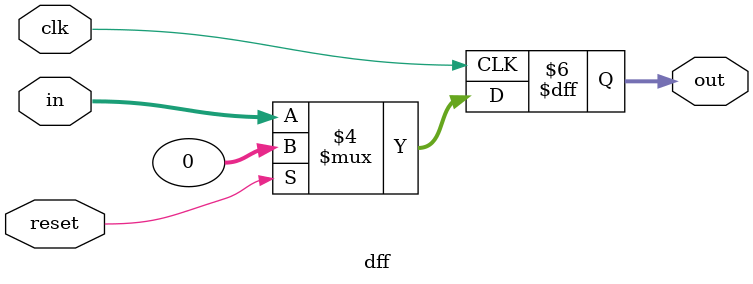
<source format=v>
module dff(in,clk,out,reset);

input reset;   
input[31:0] in;      //input signal
input clk;
output[31:0] out;  //output of dff
reg[31:0] out;

	always @(posedge clk)
		begin
			if(reset==1'b1)           
				begin
					out<=0;
				end
			else
				begin
					out<=in;
				end
		end
		
endmodule

</source>
